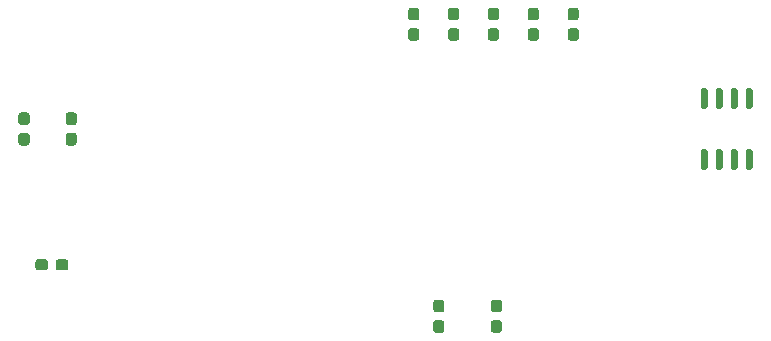
<source format=gbr>
%TF.GenerationSoftware,KiCad,Pcbnew,(5.1.10)-1*%
%TF.CreationDate,2022-01-05T23:07:18-06:00*%
%TF.ProjectId,HotPlate_TempControl,486f7450-6c61-4746-955f-54656d70436f,rev?*%
%TF.SameCoordinates,Original*%
%TF.FileFunction,Paste,Top*%
%TF.FilePolarity,Positive*%
%FSLAX46Y46*%
G04 Gerber Fmt 4.6, Leading zero omitted, Abs format (unit mm)*
G04 Created by KiCad (PCBNEW (5.1.10)-1) date 2022-01-05 23:07:18*
%MOMM*%
%LPD*%
G01*
G04 APERTURE LIST*
G04 APERTURE END LIST*
%TO.C,C1*%
G36*
G01*
X161762500Y-105462500D02*
X162237500Y-105462500D01*
G75*
G02*
X162475000Y-105700000I0J-237500D01*
G01*
X162475000Y-106300000D01*
G75*
G02*
X162237500Y-106537500I-237500J0D01*
G01*
X161762500Y-106537500D01*
G75*
G02*
X161525000Y-106300000I0J237500D01*
G01*
X161525000Y-105700000D01*
G75*
G02*
X161762500Y-105462500I237500J0D01*
G01*
G37*
G36*
G01*
X161762500Y-107187500D02*
X162237500Y-107187500D01*
G75*
G02*
X162475000Y-107425000I0J-237500D01*
G01*
X162475000Y-108025000D01*
G75*
G02*
X162237500Y-108262500I-237500J0D01*
G01*
X161762500Y-108262500D01*
G75*
G02*
X161525000Y-108025000I0J237500D01*
G01*
X161525000Y-107425000D01*
G75*
G02*
X161762500Y-107187500I237500J0D01*
G01*
G37*
%TD*%
%TO.C,C2*%
G36*
G01*
X156887500Y-107187500D02*
X157362500Y-107187500D01*
G75*
G02*
X157600000Y-107425000I0J-237500D01*
G01*
X157600000Y-108025000D01*
G75*
G02*
X157362500Y-108262500I-237500J0D01*
G01*
X156887500Y-108262500D01*
G75*
G02*
X156650000Y-108025000I0J237500D01*
G01*
X156650000Y-107425000D01*
G75*
G02*
X156887500Y-107187500I237500J0D01*
G01*
G37*
G36*
G01*
X156887500Y-105462500D02*
X157362500Y-105462500D01*
G75*
G02*
X157600000Y-105700000I0J-237500D01*
G01*
X157600000Y-106300000D01*
G75*
G02*
X157362500Y-106537500I-237500J0D01*
G01*
X156887500Y-106537500D01*
G75*
G02*
X156650000Y-106300000I0J237500D01*
G01*
X156650000Y-105700000D01*
G75*
G02*
X156887500Y-105462500I237500J0D01*
G01*
G37*
%TD*%
%TO.C,C3*%
G36*
G01*
X168737500Y-83537500D02*
X168262500Y-83537500D01*
G75*
G02*
X168025000Y-83300000I0J237500D01*
G01*
X168025000Y-82700000D01*
G75*
G02*
X168262500Y-82462500I237500J0D01*
G01*
X168737500Y-82462500D01*
G75*
G02*
X168975000Y-82700000I0J-237500D01*
G01*
X168975000Y-83300000D01*
G75*
G02*
X168737500Y-83537500I-237500J0D01*
G01*
G37*
G36*
G01*
X168737500Y-81812500D02*
X168262500Y-81812500D01*
G75*
G02*
X168025000Y-81575000I0J237500D01*
G01*
X168025000Y-80975000D01*
G75*
G02*
X168262500Y-80737500I237500J0D01*
G01*
X168737500Y-80737500D01*
G75*
G02*
X168975000Y-80975000I0J-237500D01*
G01*
X168975000Y-81575000D01*
G75*
G02*
X168737500Y-81812500I-237500J0D01*
G01*
G37*
%TD*%
%TO.C,C4*%
G36*
G01*
X165362500Y-81812500D02*
X164887500Y-81812500D01*
G75*
G02*
X164650000Y-81575000I0J237500D01*
G01*
X164650000Y-80975000D01*
G75*
G02*
X164887500Y-80737500I237500J0D01*
G01*
X165362500Y-80737500D01*
G75*
G02*
X165600000Y-80975000I0J-237500D01*
G01*
X165600000Y-81575000D01*
G75*
G02*
X165362500Y-81812500I-237500J0D01*
G01*
G37*
G36*
G01*
X165362500Y-83537500D02*
X164887500Y-83537500D01*
G75*
G02*
X164650000Y-83300000I0J237500D01*
G01*
X164650000Y-82700000D01*
G75*
G02*
X164887500Y-82462500I237500J0D01*
G01*
X165362500Y-82462500D01*
G75*
G02*
X165600000Y-82700000I0J-237500D01*
G01*
X165600000Y-83300000D01*
G75*
G02*
X165362500Y-83537500I-237500J0D01*
G01*
G37*
%TD*%
%TO.C,C5*%
G36*
G01*
X161987500Y-83537500D02*
X161512500Y-83537500D01*
G75*
G02*
X161275000Y-83300000I0J237500D01*
G01*
X161275000Y-82700000D01*
G75*
G02*
X161512500Y-82462500I237500J0D01*
G01*
X161987500Y-82462500D01*
G75*
G02*
X162225000Y-82700000I0J-237500D01*
G01*
X162225000Y-83300000D01*
G75*
G02*
X161987500Y-83537500I-237500J0D01*
G01*
G37*
G36*
G01*
X161987500Y-81812500D02*
X161512500Y-81812500D01*
G75*
G02*
X161275000Y-81575000I0J237500D01*
G01*
X161275000Y-80975000D01*
G75*
G02*
X161512500Y-80737500I237500J0D01*
G01*
X161987500Y-80737500D01*
G75*
G02*
X162225000Y-80975000I0J-237500D01*
G01*
X162225000Y-81575000D01*
G75*
G02*
X161987500Y-81812500I-237500J0D01*
G01*
G37*
%TD*%
%TO.C,C6*%
G36*
G01*
X158612500Y-81812500D02*
X158137500Y-81812500D01*
G75*
G02*
X157900000Y-81575000I0J237500D01*
G01*
X157900000Y-80975000D01*
G75*
G02*
X158137500Y-80737500I237500J0D01*
G01*
X158612500Y-80737500D01*
G75*
G02*
X158850000Y-80975000I0J-237500D01*
G01*
X158850000Y-81575000D01*
G75*
G02*
X158612500Y-81812500I-237500J0D01*
G01*
G37*
G36*
G01*
X158612500Y-83537500D02*
X158137500Y-83537500D01*
G75*
G02*
X157900000Y-83300000I0J237500D01*
G01*
X157900000Y-82700000D01*
G75*
G02*
X158137500Y-82462500I237500J0D01*
G01*
X158612500Y-82462500D01*
G75*
G02*
X158850000Y-82700000I0J-237500D01*
G01*
X158850000Y-83300000D01*
G75*
G02*
X158612500Y-83537500I-237500J0D01*
G01*
G37*
%TD*%
%TO.C,C7*%
G36*
G01*
X155237500Y-83537500D02*
X154762500Y-83537500D01*
G75*
G02*
X154525000Y-83300000I0J237500D01*
G01*
X154525000Y-82700000D01*
G75*
G02*
X154762500Y-82462500I237500J0D01*
G01*
X155237500Y-82462500D01*
G75*
G02*
X155475000Y-82700000I0J-237500D01*
G01*
X155475000Y-83300000D01*
G75*
G02*
X155237500Y-83537500I-237500J0D01*
G01*
G37*
G36*
G01*
X155237500Y-81812500D02*
X154762500Y-81812500D01*
G75*
G02*
X154525000Y-81575000I0J237500D01*
G01*
X154525000Y-80975000D01*
G75*
G02*
X154762500Y-80737500I237500J0D01*
G01*
X155237500Y-80737500D01*
G75*
G02*
X155475000Y-80975000I0J-237500D01*
G01*
X155475000Y-81575000D01*
G75*
G02*
X155237500Y-81812500I-237500J0D01*
G01*
G37*
%TD*%
%TO.C,R1*%
G36*
G01*
X124037500Y-102262500D02*
X124037500Y-102737500D01*
G75*
G02*
X123800000Y-102975000I-237500J0D01*
G01*
X123200000Y-102975000D01*
G75*
G02*
X122962500Y-102737500I0J237500D01*
G01*
X122962500Y-102262500D01*
G75*
G02*
X123200000Y-102025000I237500J0D01*
G01*
X123800000Y-102025000D01*
G75*
G02*
X124037500Y-102262500I0J-237500D01*
G01*
G37*
G36*
G01*
X125762500Y-102262500D02*
X125762500Y-102737500D01*
G75*
G02*
X125525000Y-102975000I-237500J0D01*
G01*
X124925000Y-102975000D01*
G75*
G02*
X124687500Y-102737500I0J237500D01*
G01*
X124687500Y-102262500D01*
G75*
G02*
X124925000Y-102025000I237500J0D01*
G01*
X125525000Y-102025000D01*
G75*
G02*
X125762500Y-102262500I0J-237500D01*
G01*
G37*
%TD*%
%TO.C,R2*%
G36*
G01*
X121762500Y-91325000D02*
X122237500Y-91325000D01*
G75*
G02*
X122475000Y-91562500I0J-237500D01*
G01*
X122475000Y-92162500D01*
G75*
G02*
X122237500Y-92400000I-237500J0D01*
G01*
X121762500Y-92400000D01*
G75*
G02*
X121525000Y-92162500I0J237500D01*
G01*
X121525000Y-91562500D01*
G75*
G02*
X121762500Y-91325000I237500J0D01*
G01*
G37*
G36*
G01*
X121762500Y-89600000D02*
X122237500Y-89600000D01*
G75*
G02*
X122475000Y-89837500I0J-237500D01*
G01*
X122475000Y-90437500D01*
G75*
G02*
X122237500Y-90675000I-237500J0D01*
G01*
X121762500Y-90675000D01*
G75*
G02*
X121525000Y-90437500I0J237500D01*
G01*
X121525000Y-89837500D01*
G75*
G02*
X121762500Y-89600000I237500J0D01*
G01*
G37*
%TD*%
%TO.C,R3*%
G36*
G01*
X126237500Y-92400000D02*
X125762500Y-92400000D01*
G75*
G02*
X125525000Y-92162500I0J237500D01*
G01*
X125525000Y-91562500D01*
G75*
G02*
X125762500Y-91325000I237500J0D01*
G01*
X126237500Y-91325000D01*
G75*
G02*
X126475000Y-91562500I0J-237500D01*
G01*
X126475000Y-92162500D01*
G75*
G02*
X126237500Y-92400000I-237500J0D01*
G01*
G37*
G36*
G01*
X126237500Y-90675000D02*
X125762500Y-90675000D01*
G75*
G02*
X125525000Y-90437500I0J237500D01*
G01*
X125525000Y-89837500D01*
G75*
G02*
X125762500Y-89600000I237500J0D01*
G01*
X126237500Y-89600000D01*
G75*
G02*
X126475000Y-89837500I0J-237500D01*
G01*
X126475000Y-90437500D01*
G75*
G02*
X126237500Y-90675000I-237500J0D01*
G01*
G37*
%TD*%
%TO.C,U2*%
G36*
G01*
X183255000Y-92700000D02*
X183555000Y-92700000D01*
G75*
G02*
X183705000Y-92850000I0J-150000D01*
G01*
X183705000Y-94300000D01*
G75*
G02*
X183555000Y-94450000I-150000J0D01*
G01*
X183255000Y-94450000D01*
G75*
G02*
X183105000Y-94300000I0J150000D01*
G01*
X183105000Y-92850000D01*
G75*
G02*
X183255000Y-92700000I150000J0D01*
G01*
G37*
G36*
G01*
X181985000Y-92700000D02*
X182285000Y-92700000D01*
G75*
G02*
X182435000Y-92850000I0J-150000D01*
G01*
X182435000Y-94300000D01*
G75*
G02*
X182285000Y-94450000I-150000J0D01*
G01*
X181985000Y-94450000D01*
G75*
G02*
X181835000Y-94300000I0J150000D01*
G01*
X181835000Y-92850000D01*
G75*
G02*
X181985000Y-92700000I150000J0D01*
G01*
G37*
G36*
G01*
X180715000Y-92700000D02*
X181015000Y-92700000D01*
G75*
G02*
X181165000Y-92850000I0J-150000D01*
G01*
X181165000Y-94300000D01*
G75*
G02*
X181015000Y-94450000I-150000J0D01*
G01*
X180715000Y-94450000D01*
G75*
G02*
X180565000Y-94300000I0J150000D01*
G01*
X180565000Y-92850000D01*
G75*
G02*
X180715000Y-92700000I150000J0D01*
G01*
G37*
G36*
G01*
X179445000Y-92700000D02*
X179745000Y-92700000D01*
G75*
G02*
X179895000Y-92850000I0J-150000D01*
G01*
X179895000Y-94300000D01*
G75*
G02*
X179745000Y-94450000I-150000J0D01*
G01*
X179445000Y-94450000D01*
G75*
G02*
X179295000Y-94300000I0J150000D01*
G01*
X179295000Y-92850000D01*
G75*
G02*
X179445000Y-92700000I150000J0D01*
G01*
G37*
G36*
G01*
X179445000Y-87550000D02*
X179745000Y-87550000D01*
G75*
G02*
X179895000Y-87700000I0J-150000D01*
G01*
X179895000Y-89150000D01*
G75*
G02*
X179745000Y-89300000I-150000J0D01*
G01*
X179445000Y-89300000D01*
G75*
G02*
X179295000Y-89150000I0J150000D01*
G01*
X179295000Y-87700000D01*
G75*
G02*
X179445000Y-87550000I150000J0D01*
G01*
G37*
G36*
G01*
X180715000Y-87550000D02*
X181015000Y-87550000D01*
G75*
G02*
X181165000Y-87700000I0J-150000D01*
G01*
X181165000Y-89150000D01*
G75*
G02*
X181015000Y-89300000I-150000J0D01*
G01*
X180715000Y-89300000D01*
G75*
G02*
X180565000Y-89150000I0J150000D01*
G01*
X180565000Y-87700000D01*
G75*
G02*
X180715000Y-87550000I150000J0D01*
G01*
G37*
G36*
G01*
X181985000Y-87550000D02*
X182285000Y-87550000D01*
G75*
G02*
X182435000Y-87700000I0J-150000D01*
G01*
X182435000Y-89150000D01*
G75*
G02*
X182285000Y-89300000I-150000J0D01*
G01*
X181985000Y-89300000D01*
G75*
G02*
X181835000Y-89150000I0J150000D01*
G01*
X181835000Y-87700000D01*
G75*
G02*
X181985000Y-87550000I150000J0D01*
G01*
G37*
G36*
G01*
X183255000Y-87550000D02*
X183555000Y-87550000D01*
G75*
G02*
X183705000Y-87700000I0J-150000D01*
G01*
X183705000Y-89150000D01*
G75*
G02*
X183555000Y-89300000I-150000J0D01*
G01*
X183255000Y-89300000D01*
G75*
G02*
X183105000Y-89150000I0J150000D01*
G01*
X183105000Y-87700000D01*
G75*
G02*
X183255000Y-87550000I150000J0D01*
G01*
G37*
%TD*%
M02*

</source>
